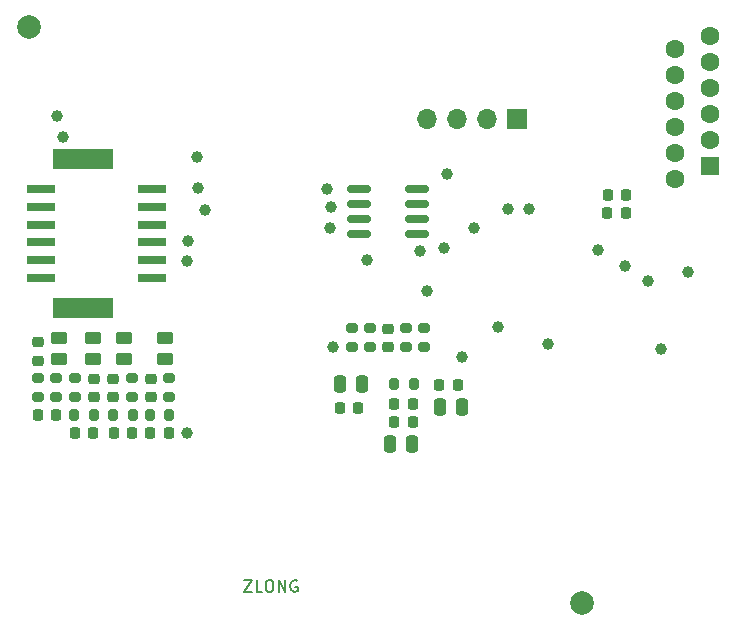
<source format=gts>
G04 #@! TF.GenerationSoftware,KiCad,Pcbnew,(6.0.5)*
G04 #@! TF.CreationDate,2022-08-10T11:04:04+08:00*
G04 #@! TF.ProjectId,SX7H02050048,53583748-3032-4303-9530-3034382e6b69,rev?*
G04 #@! TF.SameCoordinates,PX59a5380PY6d321a0*
G04 #@! TF.FileFunction,Soldermask,Top*
G04 #@! TF.FilePolarity,Negative*
%FSLAX46Y46*%
G04 Gerber Fmt 4.6, Leading zero omitted, Abs format (unit mm)*
G04 Created by KiCad (PCBNEW (6.0.5)) date 2022-08-10 11:04:04*
%MOMM*%
%LPD*%
G01*
G04 APERTURE LIST*
G04 Aperture macros list*
%AMRoundRect*
0 Rectangle with rounded corners*
0 $1 Rounding radius*
0 $2 $3 $4 $5 $6 $7 $8 $9 X,Y pos of 4 corners*
0 Add a 4 corners polygon primitive as box body*
4,1,4,$2,$3,$4,$5,$6,$7,$8,$9,$2,$3,0*
0 Add four circle primitives for the rounded corners*
1,1,$1+$1,$2,$3*
1,1,$1+$1,$4,$5*
1,1,$1+$1,$6,$7*
1,1,$1+$1,$8,$9*
0 Add four rect primitives between the rounded corners*
20,1,$1+$1,$2,$3,$4,$5,0*
20,1,$1+$1,$4,$5,$6,$7,0*
20,1,$1+$1,$6,$7,$8,$9,0*
20,1,$1+$1,$8,$9,$2,$3,0*%
G04 Aperture macros list end*
%ADD10C,0.150000*%
%ADD11RoundRect,0.200000X0.275000X-0.200000X0.275000X0.200000X-0.275000X0.200000X-0.275000X-0.200000X0*%
%ADD12C,1.000000*%
%ADD13RoundRect,0.225000X0.225000X0.250000X-0.225000X0.250000X-0.225000X-0.250000X0.225000X-0.250000X0*%
%ADD14RoundRect,0.225000X-0.225000X-0.250000X0.225000X-0.250000X0.225000X0.250000X-0.225000X0.250000X0*%
%ADD15RoundRect,0.225000X-0.250000X0.225000X-0.250000X-0.225000X0.250000X-0.225000X0.250000X0.225000X0*%
%ADD16C,2.000000*%
%ADD17RoundRect,0.150000X0.825000X0.150000X-0.825000X0.150000X-0.825000X-0.150000X0.825000X-0.150000X0*%
%ADD18RoundRect,0.250000X-0.450000X0.262500X-0.450000X-0.262500X0.450000X-0.262500X0.450000X0.262500X0*%
%ADD19RoundRect,0.200000X-0.200000X-0.275000X0.200000X-0.275000X0.200000X0.275000X-0.200000X0.275000X0*%
%ADD20RoundRect,0.200000X-0.275000X0.200000X-0.275000X-0.200000X0.275000X-0.200000X0.275000X0.200000X0*%
%ADD21R,1.700000X1.700000*%
%ADD22O,1.700000X1.700000*%
%ADD23RoundRect,0.250000X0.250000X0.475000X-0.250000X0.475000X-0.250000X-0.475000X0.250000X-0.475000X0*%
%ADD24R,1.600000X1.600000*%
%ADD25C,1.600000*%
%ADD26RoundRect,0.250000X-0.250000X-0.475000X0.250000X-0.475000X0.250000X0.475000X-0.250000X0.475000X0*%
%ADD27RoundRect,0.200000X0.200000X0.275000X-0.200000X0.275000X-0.200000X-0.275000X0.200000X-0.275000X0*%
%ADD28R,2.450000X0.800000*%
%ADD29R,5.050000X1.800000*%
%ADD30RoundRect,0.225000X0.250000X-0.225000X0.250000X0.225000X-0.250000X0.225000X-0.250000X-0.225000X0*%
G04 APERTURE END LIST*
D10*
G04 #@! TO.C,ZLONG_LOGO2*
X19792285Y3541620D02*
X20458952Y3541620D01*
X19792285Y2541620D01*
X20458952Y2541620D01*
X21316095Y2541620D02*
X20839904Y2541620D01*
X20839904Y3541620D01*
X21839904Y3541620D02*
X22030380Y3541620D01*
X22125619Y3494000D01*
X22220857Y3398762D01*
X22268476Y3208286D01*
X22268476Y2874953D01*
X22220857Y2684477D01*
X22125619Y2589239D01*
X22030380Y2541620D01*
X21839904Y2541620D01*
X21744666Y2589239D01*
X21649428Y2684477D01*
X21601809Y2874953D01*
X21601809Y3208286D01*
X21649428Y3398762D01*
X21744666Y3494000D01*
X21839904Y3541620D01*
X22697047Y2541620D02*
X22697047Y3541620D01*
X23268476Y2541620D01*
X23268476Y3541620D01*
X24268476Y3494000D02*
X24173238Y3541620D01*
X24030380Y3541620D01*
X23887523Y3494000D01*
X23792285Y3398762D01*
X23744666Y3303524D01*
X23697047Y3113048D01*
X23697047Y2970191D01*
X23744666Y2779715D01*
X23792285Y2684477D01*
X23887523Y2589239D01*
X24030380Y2541620D01*
X24125619Y2541620D01*
X24268476Y2589239D01*
X24316095Y2636858D01*
X24316095Y2970191D01*
X24125619Y2970191D01*
G04 #@! TD*
D11*
G04 #@! TO.C,R124*
X5466400Y19022400D03*
X5466400Y20672400D03*
G04 #@! TD*
D12*
G04 #@! TO.C,TP6*
X53955000Y28902000D03*
G04 #@! TD*
D13*
G04 #@! TO.C,C121*
X34061000Y16921760D03*
X32511000Y16921760D03*
G04 #@! TD*
D12*
G04 #@! TO.C,TP79*
X4425000Y41094000D03*
G04 #@! TD*
D14*
G04 #@! TO.C,C144*
X50555000Y36200000D03*
X52105000Y36200000D03*
G04 #@! TD*
D15*
G04 #@! TO.C,C129*
X7041200Y20622400D03*
X7041200Y19072400D03*
G04 #@! TD*
D16*
G04 #@! TO.C,MARK1*
X1600000Y50400000D03*
G04 #@! TD*
D14*
G04 #@! TO.C,C118*
X36323000Y20100760D03*
X37873000Y20100760D03*
G04 #@! TD*
D12*
G04 #@! TO.C,TP93*
X39223000Y33347000D03*
G04 #@! TD*
G04 #@! TO.C,TP92*
X43922000Y34998000D03*
G04 #@! TD*
G04 #@! TO.C,TP25*
X38207000Y22425000D03*
G04 #@! TD*
G04 #@! TO.C,U103*
X34651000Y31442000D03*
D17*
X34459000Y32839000D03*
X34459000Y34109000D03*
X34459000Y35379000D03*
X34459000Y36649000D03*
X29509000Y36649000D03*
X29509000Y35379000D03*
X29509000Y34109000D03*
X29509000Y32839000D03*
G04 #@! TD*
D18*
G04 #@! TO.C,R132*
X6956533Y24074100D03*
X6956533Y22249100D03*
G04 #@! TD*
G04 #@! TO.C,R131*
X13069466Y24074100D03*
X13069466Y22249100D03*
G04 #@! TD*
D12*
G04 #@! TO.C,TP48*
X14915200Y30553000D03*
G04 #@! TD*
G04 #@! TO.C,TP28*
X35286000Y28013000D03*
G04 #@! TD*
D13*
G04 #@! TO.C,C124*
X13404200Y15998800D03*
X11854200Y15998800D03*
G04 #@! TD*
D19*
G04 #@! TO.C,R127*
X11804200Y17522800D03*
X13454200Y17522800D03*
G04 #@! TD*
D13*
G04 #@! TO.C,C145*
X52095000Y34630000D03*
X50545000Y34630000D03*
G04 #@! TD*
D19*
G04 #@! TO.C,R126*
X8705400Y17522800D03*
X10355400Y17522800D03*
G04 #@! TD*
D20*
G04 #@! TO.C,R110*
X30460000Y24901000D03*
X30460000Y23251000D03*
G04 #@! TD*
D12*
G04 #@! TO.C,TP7*
X55050000Y23120000D03*
G04 #@! TD*
D21*
G04 #@! TO.C,J101*
X42896000Y42618000D03*
D22*
X40356000Y42618000D03*
X37816000Y42618000D03*
X35276000Y42618000D03*
G04 #@! TD*
D14*
G04 #@! TO.C,C113*
X27907000Y18107000D03*
X29457000Y18107000D03*
G04 #@! TD*
D23*
G04 #@! TO.C,C119*
X34016000Y15059000D03*
X32116000Y15059000D03*
G04 #@! TD*
D12*
G04 #@! TO.C,TP52*
X36683000Y31696000D03*
G04 #@! TD*
G04 #@! TO.C,TP77*
X15016800Y32305600D03*
G04 #@! TD*
D15*
G04 #@! TO.C,C128*
X11867200Y20622400D03*
X11867200Y19072400D03*
G04 #@! TD*
D20*
G04 #@! TO.C,R119*
X28936000Y24901000D03*
X28936000Y23251000D03*
G04 #@! TD*
D12*
G04 #@! TO.C,TP3*
X49720000Y31540000D03*
G04 #@! TD*
G04 #@! TO.C,TP10*
X52000000Y30150000D03*
G04 #@! TD*
G04 #@! TO.C,TP11*
X57384000Y29664000D03*
G04 #@! TD*
G04 #@! TO.C,TP59*
X27158000Y35125000D03*
G04 #@! TD*
G04 #@! TO.C,TP56*
X26777000Y36649000D03*
G04 #@! TD*
D15*
G04 #@! TO.C,C127*
X8717600Y20622400D03*
X8717600Y19072400D03*
G04 #@! TD*
G04 #@! TO.C,C122*
X31984000Y24851000D03*
X31984000Y23301000D03*
G04 #@! TD*
D12*
G04 #@! TO.C,TP53*
X36937000Y37919000D03*
G04 #@! TD*
D24*
G04 #@! TO.C,J1*
X59250000Y38650000D03*
D25*
X59250000Y40850000D03*
X59250000Y43050000D03*
X59250000Y45250000D03*
X59250000Y47450000D03*
X59250000Y49650000D03*
X56250000Y37550000D03*
X56250000Y39750000D03*
X56250000Y41950000D03*
X56250000Y44150000D03*
X56250000Y46350000D03*
X56250000Y48550000D03*
G04 #@! TD*
D18*
G04 #@! TO.C,R133*
X4094800Y24074100D03*
X4094800Y22249100D03*
G04 #@! TD*
D11*
G04 #@! TO.C,R116*
X33508000Y23251000D03*
X33508000Y24901000D03*
G04 #@! TD*
D14*
G04 #@! TO.C,C125*
X5453400Y16049600D03*
X7003400Y16049600D03*
G04 #@! TD*
G04 #@! TO.C,C126*
X2303800Y17522800D03*
X3853800Y17522800D03*
G04 #@! TD*
D16*
G04 #@! TO.C,MARK2*
X48400000Y1600000D03*
G04 #@! TD*
D12*
G04 #@! TO.C,TP95*
X41255000Y24965000D03*
G04 #@! TD*
G04 #@! TO.C,TP96*
X45496800Y23517200D03*
G04 #@! TD*
D11*
G04 #@! TO.C,R122*
X10292400Y19022400D03*
X10292400Y20672400D03*
G04 #@! TD*
D26*
G04 #@! TO.C,C116*
X27859000Y20139000D03*
X29759000Y20139000D03*
G04 #@! TD*
D12*
G04 #@! TO.C,TP78*
X15855000Y36750600D03*
G04 #@! TD*
G04 #@! TO.C,TP69*
X3917000Y42872000D03*
G04 #@! TD*
G04 #@! TO.C,TP54*
X30206000Y30680000D03*
G04 #@! TD*
G04 #@! TO.C,TP85*
X15829600Y39341400D03*
G04 #@! TD*
G04 #@! TO.C,TP91*
X42144000Y34998000D03*
G04 #@! TD*
G04 #@! TO.C,TP74*
X16439200Y34871000D03*
G04 #@! TD*
D27*
G04 #@! TO.C,L103*
X34145000Y20139000D03*
X32495000Y20139000D03*
G04 #@! TD*
D28*
G04 #@! TO.C,J2*
X11944400Y36647700D03*
X2544393Y36647700D03*
X11944400Y35147700D03*
X2544393Y35147700D03*
X11944400Y33647701D03*
X2544393Y33647701D03*
X11944400Y32147699D03*
X2544393Y32147699D03*
X11944400Y30647699D03*
X2544393Y30647699D03*
X11944400Y29147700D03*
X2544393Y29147700D03*
D29*
X6144386Y39177700D03*
X6144386Y26617700D03*
G04 #@! TD*
D30*
G04 #@! TO.C,C130*
X2316800Y22132600D03*
X2316800Y23682600D03*
G04 #@! TD*
D18*
G04 #@! TO.C,R130*
X9632000Y24074100D03*
X9632000Y22249100D03*
G04 #@! TD*
D12*
G04 #@! TO.C,TP44*
X14966000Y16049600D03*
G04 #@! TD*
G04 #@! TO.C,TP31*
X27285000Y23314000D03*
G04 #@! TD*
G04 #@! TO.C,TP55*
X27031000Y33347000D03*
G04 #@! TD*
D26*
G04 #@! TO.C,C117*
X36368000Y18234000D03*
X38268000Y18234000D03*
G04 #@! TD*
D11*
G04 #@! TO.C,R125*
X2316800Y19022400D03*
X2316800Y20672400D03*
G04 #@! TD*
D27*
G04 #@! TO.C,R128*
X7053400Y17573600D03*
X5403400Y17573600D03*
G04 #@! TD*
D11*
G04 #@! TO.C,R109*
X35032000Y23251000D03*
X35032000Y24901000D03*
G04 #@! TD*
G04 #@! TO.C,R129*
X3891600Y19022400D03*
X3891600Y20672400D03*
G04 #@! TD*
D13*
G04 #@! TO.C,C123*
X10305400Y15998800D03*
X8755400Y15998800D03*
G04 #@! TD*
D11*
G04 #@! TO.C,R123*
X13442000Y19022400D03*
X13442000Y20672400D03*
G04 #@! TD*
D13*
G04 #@! TO.C,C120*
X34061000Y18488000D03*
X32511000Y18488000D03*
G04 #@! TD*
M02*

</source>
